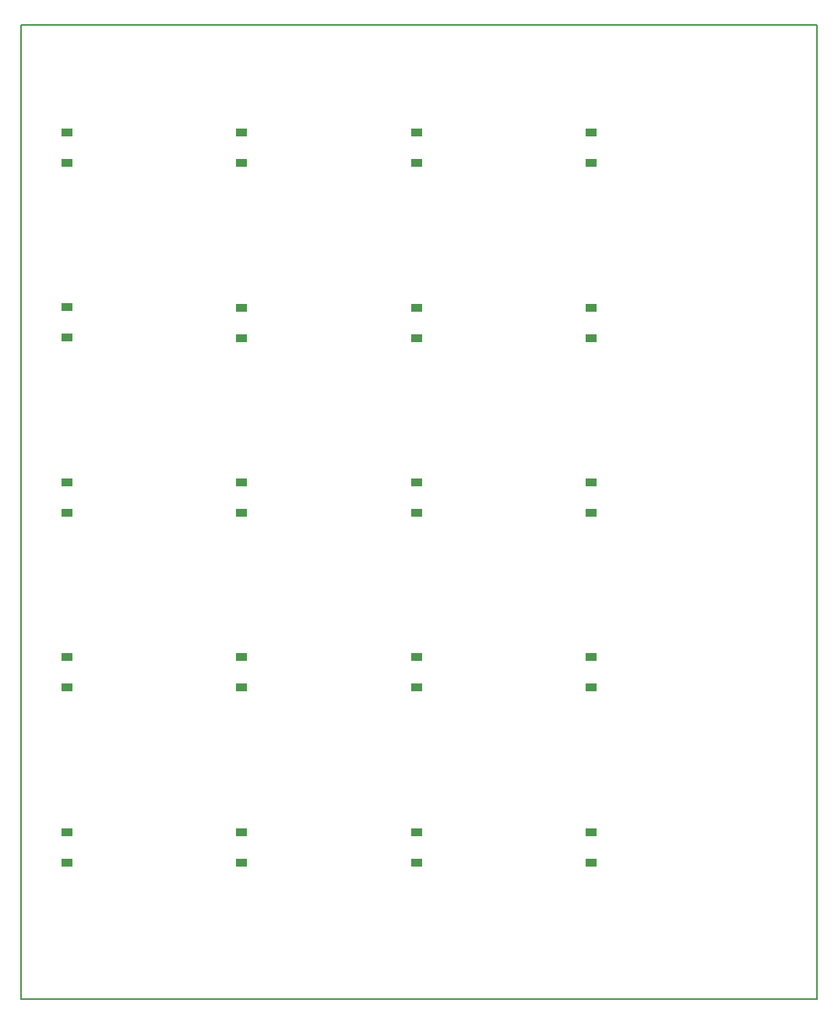
<source format=gbr>
%TF.GenerationSoftware,KiCad,Pcbnew,(5.0.2-5-10.14)*%
%TF.CreationDate,2019-04-08T21:19:03+10:00*%
%TF.ProjectId,macropod,6d616372-6f70-46f6-942e-6b696361645f,rev?*%
%TF.SameCoordinates,Original*%
%TF.FileFunction,Paste,Top*%
%TF.FilePolarity,Positive*%
%FSLAX46Y46*%
G04 Gerber Fmt 4.6, Leading zero omitted, Abs format (unit mm)*
G04 Created by KiCad (PCBNEW (5.0.2-5-10.14)) date Monday, 08 April 2019 at 09:19:03 pm*
%MOMM*%
%LPD*%
G01*
G04 APERTURE LIST*
%ADD10C,0.150000*%
%ADD11R,1.200000X0.900000*%
G04 APERTURE END LIST*
D10*
X29700000Y-28429951D02*
X29700000Y-134229951D01*
X29700000Y-134229951D02*
X116300000Y-134229951D01*
X116300000Y-28429951D02*
X116300000Y-134229951D01*
X29700000Y-28429951D02*
X116300000Y-28429951D01*
D11*
X34740000Y-43390000D03*
X34740000Y-40090000D03*
X34740000Y-62365000D03*
X34740000Y-59065000D03*
X34740000Y-81415000D03*
X34740000Y-78115000D03*
X34740000Y-100415000D03*
X34740000Y-97115000D03*
X34740000Y-119415000D03*
X34740000Y-116115000D03*
X53740000Y-43390000D03*
X53740000Y-40090000D03*
X53740000Y-59115000D03*
X53740000Y-62415000D03*
X53740000Y-78090000D03*
X53740000Y-81390000D03*
X53740000Y-97115000D03*
X53740000Y-100415000D03*
X53740000Y-116115000D03*
X53740000Y-119415000D03*
X72740000Y-43415000D03*
X72740000Y-40115000D03*
X72740000Y-59115000D03*
X72740000Y-62415000D03*
X72740000Y-78115000D03*
X72740000Y-81415000D03*
X72740000Y-97115000D03*
X72740000Y-100415000D03*
X72740000Y-116115000D03*
X72740000Y-119415000D03*
X91740000Y-40115000D03*
X91740000Y-43415000D03*
X91740000Y-62415000D03*
X91740000Y-59115000D03*
X91740000Y-81390000D03*
X91740000Y-78090000D03*
X91740000Y-97115000D03*
X91740000Y-100415000D03*
X91740000Y-119390000D03*
X91740000Y-116090000D03*
M02*

</source>
